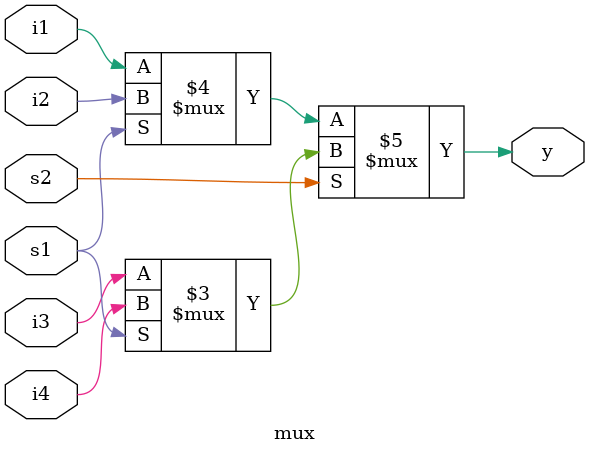
<source format=v>
module mux(input i1,i2,i3,i4,s1,s2,output y);

assign y=s2?(s1?i4:i3):(s1?i2:i1);

endmodule


module mux_tb();
reg i1,i2,i3,i4,s1,s2;
wire y;

mux gate(i1,i2,i3,i4,s1,s2,y);
initial
 repeat(7)
 begin
 i1=$random;i2=$random;i3=$random;i4=$random;s1=$random;s2=$random;#10;
 end

 initial
 $monitor("i1=%b i2=%b i3=%b i4=%b s2=%b s1=%b y=%b Time=%0t",i1,i2,i3,i4,s2,s1,y,$time);
 endmodule


</source>
